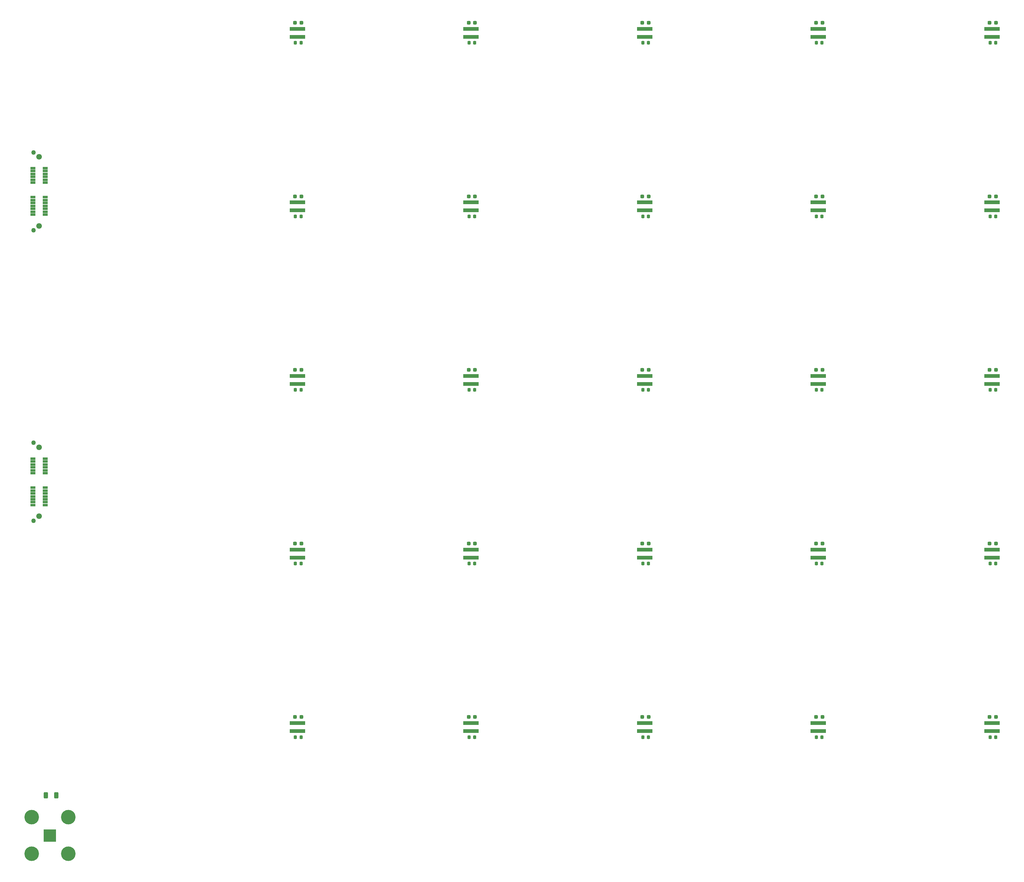
<source format=gbr>
%TF.GenerationSoftware,KiCad,Pcbnew,8.0.2-1*%
%TF.CreationDate,2024-06-21T16:13:16-04:00*%
%TF.ProjectId,EvenLayers_3.0mm_SiPM,4576656e-4c61-4796-9572-735f332e306d,rev?*%
%TF.SameCoordinates,Original*%
%TF.FileFunction,Soldermask,Top*%
%TF.FilePolarity,Negative*%
%FSLAX46Y46*%
G04 Gerber Fmt 4.6, Leading zero omitted, Abs format (unit mm)*
G04 Created by KiCad (PCBNEW 8.0.2-1) date 2024-06-21 16:13:16*
%MOMM*%
%LPD*%
G01*
G04 APERTURE LIST*
G04 Aperture macros list*
%AMRoundRect*
0 Rectangle with rounded corners*
0 $1 Rounding radius*
0 $2 $3 $4 $5 $6 $7 $8 $9 X,Y pos of 4 corners*
0 Add a 4 corners polygon primitive as box body*
4,1,4,$2,$3,$4,$5,$6,$7,$8,$9,$2,$3,0*
0 Add four circle primitives for the rounded corners*
1,1,$1+$1,$2,$3*
1,1,$1+$1,$4,$5*
1,1,$1+$1,$6,$7*
1,1,$1+$1,$8,$9*
0 Add four rect primitives between the rounded corners*
20,1,$1+$1,$2,$3,$4,$5,0*
20,1,$1+$1,$4,$5,$6,$7,0*
20,1,$1+$1,$6,$7,$8,$9,0*
20,1,$1+$1,$8,$9,$2,$3,0*%
G04 Aperture macros list end*
%ADD10RoundRect,0.237500X-0.287500X-0.237500X0.287500X-0.237500X0.287500X0.237500X-0.287500X0.237500X0*%
%ADD11RoundRect,0.225000X-0.225000X-0.250000X0.225000X-0.250000X0.225000X0.250000X-0.225000X0.250000X0*%
%ADD12R,4.200000X1.000000*%
%ADD13C,1.270000*%
%ADD14RoundRect,0.102000X-0.600000X0.250000X-0.600000X-0.250000X0.600000X-0.250000X0.600000X0.250000X0*%
%ADD15C,1.552000*%
%ADD16RoundRect,0.250000X-0.312500X-0.625000X0.312500X-0.625000X0.312500X0.625000X-0.312500X0.625000X0*%
%ADD17R,3.500000X3.500000*%
%ADD18C,4.000000*%
G04 APERTURE END LIST*
D10*
%TO.C,REF\u002A\u002A34*%
X321675000Y-189165000D03*
D11*
X321775000Y-194700000D03*
D12*
X322300000Y-190850000D03*
D11*
X323325000Y-194700000D03*
D10*
X323425000Y-189165000D03*
D12*
X322300000Y-193050000D03*
%TD*%
D10*
%TO.C,REF\u002A\u002A40*%
X130475000Y-284765000D03*
D11*
X130575000Y-290300000D03*
D12*
X131100000Y-286450000D03*
D11*
X132125000Y-290300000D03*
D10*
X132225000Y-284765000D03*
D12*
X131100000Y-288650000D03*
%TD*%
D10*
%TO.C,REF\u002A\u002A30*%
X130475000Y-189165000D03*
D11*
X130575000Y-194700000D03*
D12*
X131100000Y-190850000D03*
D11*
X132125000Y-194700000D03*
D10*
X132225000Y-189165000D03*
D12*
X131100000Y-193050000D03*
%TD*%
D10*
%TO.C,REF\u002A\u002A24*%
X321675000Y-93565000D03*
D11*
X321775000Y-99100000D03*
D12*
X322300000Y-95250000D03*
D11*
X323325000Y-99100000D03*
D10*
X323425000Y-93565000D03*
D12*
X322300000Y-97450000D03*
%TD*%
D13*
%TO.C,REF\u002A\u002A*%
X58500000Y-129255000D03*
X58500000Y-150745000D03*
D14*
X58300000Y-133600000D03*
X61700000Y-133600000D03*
X58300000Y-134400000D03*
X61700000Y-134400000D03*
X58300000Y-135200000D03*
X61700000Y-135200000D03*
X58300000Y-136000000D03*
X61700000Y-136000000D03*
X58300000Y-136800000D03*
X61700000Y-136800000D03*
X58300000Y-137600000D03*
X61700000Y-137600000D03*
X58300000Y-141600000D03*
X61700000Y-141600000D03*
X58300000Y-142400000D03*
X61700000Y-142400000D03*
X58300000Y-143200000D03*
X61700000Y-143200000D03*
X58300000Y-144000000D03*
X61700000Y-144000000D03*
X58300000Y-144800000D03*
X61700000Y-144800000D03*
X58300000Y-145600000D03*
X61700000Y-145600000D03*
X58300000Y-146400000D03*
X61700000Y-146400000D03*
D15*
X60000000Y-130505000D03*
X60000000Y-149495000D03*
%TD*%
D10*
%TO.C,REF\u002A\u002A43*%
X273875000Y-284765000D03*
D11*
X273975000Y-290300000D03*
D12*
X274500000Y-286450000D03*
D11*
X275525000Y-290300000D03*
D10*
X275625000Y-284765000D03*
D12*
X274500000Y-288650000D03*
%TD*%
D10*
%TO.C,REF\u002A\u002A38*%
X273875000Y-236965000D03*
D11*
X273975000Y-242500000D03*
D12*
X274500000Y-238650000D03*
D11*
X275525000Y-242500000D03*
D10*
X275625000Y-236965000D03*
D12*
X274500000Y-240850000D03*
%TD*%
D10*
%TO.C,REF\u002A\u002A22*%
X226075000Y-93565000D03*
D11*
X226175000Y-99100000D03*
D12*
X226700000Y-95250000D03*
D11*
X227725000Y-99100000D03*
D10*
X227825000Y-93565000D03*
D12*
X226700000Y-97450000D03*
%TD*%
D13*
%TO.C,REF\u002A\u002A*%
X58500000Y-209255000D03*
X58500000Y-230745000D03*
D14*
X58300000Y-213600000D03*
X61700000Y-213600000D03*
X58300000Y-214400000D03*
X61700000Y-214400000D03*
X58300000Y-215200000D03*
X61700000Y-215200000D03*
X58300000Y-216000000D03*
X61700000Y-216000000D03*
X58300000Y-216800000D03*
X61700000Y-216800000D03*
X58300000Y-217600000D03*
X61700000Y-217600000D03*
X58300000Y-221600000D03*
X61700000Y-221600000D03*
X58300000Y-222400000D03*
X61700000Y-222400000D03*
X58300000Y-223200000D03*
X61700000Y-223200000D03*
X58300000Y-224000000D03*
X61700000Y-224000000D03*
X58300000Y-224800000D03*
X61700000Y-224800000D03*
X58300000Y-225600000D03*
X61700000Y-225600000D03*
X58300000Y-226400000D03*
X61700000Y-226400000D03*
D15*
X60000000Y-210505000D03*
X60000000Y-229495000D03*
%TD*%
D10*
%TO.C,REF\u002A\u002A28*%
X273875000Y-141365000D03*
D11*
X273975000Y-146900000D03*
D12*
X274500000Y-143050000D03*
D11*
X275525000Y-146900000D03*
D10*
X275625000Y-141365000D03*
D12*
X274500000Y-145250000D03*
%TD*%
D10*
%TO.C,REF\u002A\u002A23*%
X273875000Y-93565000D03*
D11*
X273975000Y-99100000D03*
D12*
X274500000Y-95250000D03*
D11*
X275525000Y-99100000D03*
D10*
X275625000Y-93565000D03*
D12*
X274500000Y-97450000D03*
%TD*%
D10*
%TO.C,REF\u002A\u002A32*%
X226075000Y-189165000D03*
D11*
X226175000Y-194700000D03*
D12*
X226700000Y-190850000D03*
D11*
X227725000Y-194700000D03*
D10*
X227825000Y-189165000D03*
D12*
X226700000Y-193050000D03*
%TD*%
D10*
%TO.C,REF\u002A\u002A44*%
X321675000Y-284765000D03*
D11*
X321775000Y-290300000D03*
D12*
X322300000Y-286450000D03*
D11*
X323325000Y-290300000D03*
D10*
X323425000Y-284765000D03*
D12*
X322300000Y-288650000D03*
%TD*%
D10*
%TO.C,REF\u002A\u002A26*%
X178275000Y-141365000D03*
D11*
X178375000Y-146900000D03*
D12*
X178900000Y-143050000D03*
D11*
X179925000Y-146900000D03*
D10*
X180025000Y-141365000D03*
D12*
X178900000Y-145250000D03*
%TD*%
D10*
%TO.C,REF\u002A\u002A36*%
X178275000Y-236965000D03*
D11*
X178375000Y-242500000D03*
D12*
X178900000Y-238650000D03*
D11*
X179925000Y-242500000D03*
D10*
X180025000Y-236965000D03*
D12*
X178900000Y-240850000D03*
%TD*%
D10*
%TO.C,REF\u002A\u002A20*%
X130475000Y-93565000D03*
D11*
X130575000Y-99100000D03*
D12*
X131100000Y-95250000D03*
D11*
X132125000Y-99100000D03*
D10*
X132225000Y-93565000D03*
D12*
X131100000Y-97450000D03*
%TD*%
D10*
%TO.C,REF\u002A\u002A25*%
X130475000Y-141365000D03*
D11*
X130575000Y-146900000D03*
D12*
X131100000Y-143050000D03*
D11*
X132125000Y-146900000D03*
D10*
X132225000Y-141365000D03*
D12*
X131100000Y-145250000D03*
%TD*%
D10*
%TO.C,REF\u002A\u002A37*%
X226075000Y-236965000D03*
D11*
X226175000Y-242500000D03*
D12*
X226700000Y-238650000D03*
D11*
X227725000Y-242500000D03*
D10*
X227825000Y-236965000D03*
D12*
X226700000Y-240850000D03*
%TD*%
D10*
%TO.C,REF\u002A\u002A31*%
X178275000Y-189165000D03*
D11*
X178375000Y-194700000D03*
D12*
X178900000Y-190850000D03*
D11*
X179925000Y-194700000D03*
D10*
X180025000Y-189165000D03*
D12*
X178900000Y-193050000D03*
%TD*%
D10*
%TO.C,REF\u002A\u002A27*%
X226075000Y-141365000D03*
D11*
X226175000Y-146900000D03*
D12*
X226700000Y-143050000D03*
D11*
X227725000Y-146900000D03*
D10*
X227825000Y-141365000D03*
D12*
X226700000Y-145250000D03*
%TD*%
D10*
%TO.C,REF\u002A\u002A41*%
X178275000Y-284765000D03*
D11*
X178375000Y-290300000D03*
D12*
X178900000Y-286450000D03*
D11*
X179925000Y-290300000D03*
D10*
X180025000Y-284765000D03*
D12*
X178900000Y-288650000D03*
%TD*%
D10*
%TO.C,REF\u002A\u002A29*%
X321675000Y-141365000D03*
D11*
X321775000Y-146900000D03*
D12*
X322300000Y-143050000D03*
D11*
X323325000Y-146900000D03*
D10*
X323425000Y-141365000D03*
D12*
X322300000Y-145250000D03*
%TD*%
D16*
%TO.C,50 \u03A9*%
X61837500Y-306300000D03*
X64762500Y-306300000D03*
%TD*%
D10*
%TO.C,REF\u002A\u002A21*%
X178275000Y-93565000D03*
D11*
X178375000Y-99100000D03*
D12*
X178900000Y-95250000D03*
D11*
X179925000Y-99100000D03*
D10*
X180025000Y-93565000D03*
D12*
X178900000Y-97450000D03*
%TD*%
D17*
%TO.C,LEDs*%
X63000000Y-317400000D03*
D18*
X57975000Y-322425000D03*
X68025000Y-322425000D03*
X57975000Y-312375000D03*
X68025000Y-312375000D03*
%TD*%
D10*
%TO.C,REF\u002A\u002A42*%
X226075000Y-284765000D03*
D11*
X226175000Y-290300000D03*
D12*
X226700000Y-286450000D03*
D11*
X227725000Y-290300000D03*
D10*
X227825000Y-284765000D03*
D12*
X226700000Y-288650000D03*
%TD*%
D10*
%TO.C,REF\u002A\u002A35*%
X130475000Y-236965000D03*
D11*
X130575000Y-242500000D03*
D12*
X131100000Y-238650000D03*
D11*
X132125000Y-242500000D03*
D10*
X132225000Y-236965000D03*
D12*
X131100000Y-240850000D03*
%TD*%
D10*
%TO.C,REF\u002A\u002A39*%
X321675000Y-236965000D03*
D11*
X321775000Y-242500000D03*
D12*
X322300000Y-238650000D03*
D11*
X323325000Y-242500000D03*
D10*
X323425000Y-236965000D03*
D12*
X322300000Y-240850000D03*
%TD*%
D10*
%TO.C,REF\u002A\u002A33*%
X273875000Y-189165000D03*
D11*
X273975000Y-194700000D03*
D12*
X274500000Y-190850000D03*
D11*
X275525000Y-194700000D03*
D10*
X275625000Y-189165000D03*
D12*
X274500000Y-193050000D03*
%TD*%
M02*

</source>
